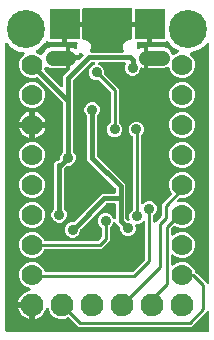
<source format=gbr>
G04 EAGLE Gerber RS-274X export*
G75*
%MOMM*%
%FSLAX34Y34*%
%LPD*%
%INBottom Copper*%
%IPPOS*%
%AMOC8*
5,1,8,0,0,1.08239X$1,22.5*%
G01*
%ADD10R,2.500000X2.500000*%
%ADD11C,1.308000*%
%ADD12C,1.930400*%
%ADD13C,1.778000*%
%ADD14C,3.216000*%
%ADD15C,0.889000*%
%ADD16C,0.254000*%
%ADD17C,0.906400*%
%ADD18C,0.406400*%

G36*
X174108Y2556D02*
X174108Y2556D01*
X174227Y2563D01*
X174265Y2576D01*
X174306Y2581D01*
X174416Y2624D01*
X174529Y2661D01*
X174564Y2683D01*
X174601Y2698D01*
X174697Y2767D01*
X174798Y2831D01*
X174826Y2861D01*
X174859Y2884D01*
X174935Y2976D01*
X175016Y3063D01*
X175036Y3098D01*
X175061Y3129D01*
X175112Y3237D01*
X175170Y3341D01*
X175180Y3381D01*
X175197Y3417D01*
X175219Y3534D01*
X175249Y3649D01*
X175253Y3709D01*
X175257Y3729D01*
X175255Y3750D01*
X175259Y3810D01*
X175259Y18934D01*
X175242Y19072D01*
X175229Y19211D01*
X175222Y19230D01*
X175219Y19250D01*
X175168Y19379D01*
X175121Y19510D01*
X175110Y19527D01*
X175102Y19545D01*
X175021Y19658D01*
X174943Y19773D01*
X174927Y19786D01*
X174916Y19803D01*
X174808Y19892D01*
X174704Y19984D01*
X174686Y19993D01*
X174671Y20006D01*
X174545Y20065D01*
X174421Y20128D01*
X174401Y20133D01*
X174383Y20141D01*
X174246Y20167D01*
X174111Y20198D01*
X174090Y20197D01*
X174071Y20201D01*
X173932Y20192D01*
X173793Y20188D01*
X173773Y20182D01*
X173753Y20181D01*
X173621Y20138D01*
X173487Y20100D01*
X173470Y20089D01*
X173451Y20083D01*
X173333Y20009D01*
X173213Y19938D01*
X173192Y19920D01*
X173182Y19913D01*
X173168Y19898D01*
X173093Y19832D01*
X171176Y17916D01*
X160118Y6857D01*
X64672Y6857D01*
X62366Y9164D01*
X57040Y14489D01*
X57017Y14507D01*
X56998Y14530D01*
X56891Y14604D01*
X56789Y14684D01*
X56762Y14696D01*
X56738Y14713D01*
X56616Y14759D01*
X56497Y14810D01*
X56468Y14815D01*
X56440Y14826D01*
X56311Y14840D01*
X56183Y14860D01*
X56153Y14858D01*
X56124Y14861D01*
X55996Y14843D01*
X55866Y14830D01*
X55838Y14820D01*
X55809Y14816D01*
X55657Y14764D01*
X53124Y13715D01*
X48476Y13715D01*
X44181Y15494D01*
X40894Y18781D01*
X39507Y22130D01*
X39492Y22156D01*
X39483Y22184D01*
X39414Y22294D01*
X39350Y22406D01*
X39329Y22428D01*
X39313Y22453D01*
X39219Y22541D01*
X39128Y22635D01*
X39103Y22650D01*
X39081Y22671D01*
X38968Y22733D01*
X38857Y22801D01*
X38829Y22810D01*
X38802Y22824D01*
X38677Y22856D01*
X38553Y22894D01*
X38523Y22896D01*
X38494Y22903D01*
X38365Y22903D01*
X38236Y22910D01*
X38206Y22904D01*
X38176Y22904D01*
X38051Y22871D01*
X37924Y22845D01*
X37897Y22832D01*
X37868Y22825D01*
X37755Y22763D01*
X37638Y22706D01*
X37616Y22686D01*
X37589Y22672D01*
X37495Y22583D01*
X37396Y22499D01*
X37379Y22475D01*
X37357Y22454D01*
X37288Y22345D01*
X37213Y22239D01*
X37203Y22211D01*
X37187Y22186D01*
X37127Y22036D01*
X36699Y20720D01*
X35828Y19010D01*
X34700Y17457D01*
X33343Y16100D01*
X31790Y14972D01*
X30080Y14101D01*
X28255Y13507D01*
X27899Y13451D01*
X27899Y24170D01*
X27884Y24288D01*
X27877Y24407D01*
X27864Y24445D01*
X27859Y24485D01*
X27816Y24596D01*
X27779Y24709D01*
X27757Y24743D01*
X27742Y24781D01*
X27673Y24877D01*
X27609Y24978D01*
X27579Y25006D01*
X27556Y25038D01*
X27464Y25114D01*
X27377Y25196D01*
X27342Y25215D01*
X27311Y25241D01*
X27203Y25292D01*
X27099Y25349D01*
X27059Y25359D01*
X27023Y25377D01*
X26906Y25399D01*
X26791Y25429D01*
X26731Y25433D01*
X26711Y25436D01*
X26690Y25435D01*
X26630Y25439D01*
X25439Y25439D01*
X25439Y26630D01*
X25424Y26748D01*
X25417Y26867D01*
X25404Y26905D01*
X25399Y26946D01*
X25355Y27056D01*
X25319Y27169D01*
X25297Y27204D01*
X25282Y27241D01*
X25212Y27337D01*
X25149Y27438D01*
X25119Y27466D01*
X25095Y27499D01*
X25004Y27575D01*
X24917Y27656D01*
X24882Y27676D01*
X24850Y27701D01*
X24743Y27752D01*
X24638Y27810D01*
X24599Y27820D01*
X24563Y27837D01*
X24446Y27859D01*
X24330Y27889D01*
X24270Y27893D01*
X24250Y27897D01*
X24230Y27895D01*
X24170Y27899D01*
X13451Y27899D01*
X13507Y28255D01*
X14101Y30080D01*
X14972Y31790D01*
X16100Y33343D01*
X17457Y34700D01*
X19010Y35828D01*
X20720Y36699D01*
X22545Y37293D01*
X23108Y37382D01*
X23232Y37418D01*
X23357Y37448D01*
X23384Y37462D01*
X23413Y37470D01*
X23524Y37536D01*
X23638Y37597D01*
X23661Y37617D01*
X23687Y37632D01*
X23778Y37724D01*
X23874Y37810D01*
X23890Y37836D01*
X23912Y37857D01*
X23977Y37968D01*
X24049Y38076D01*
X24058Y38105D01*
X24074Y38131D01*
X24110Y38254D01*
X24152Y38377D01*
X24154Y38407D01*
X24163Y38436D01*
X24167Y38565D01*
X24177Y38694D01*
X24172Y38724D01*
X24173Y38754D01*
X24145Y38880D01*
X24123Y39007D01*
X24110Y39035D01*
X24104Y39064D01*
X24045Y39179D01*
X23992Y39297D01*
X23973Y39321D01*
X23960Y39348D01*
X23874Y39445D01*
X23793Y39546D01*
X23769Y39564D01*
X23749Y39587D01*
X23643Y39659D01*
X23539Y39737D01*
X23500Y39756D01*
X23487Y39766D01*
X23466Y39773D01*
X23395Y39808D01*
X19213Y41540D01*
X16140Y44613D01*
X14477Y48627D01*
X14477Y52973D01*
X16140Y56987D01*
X19213Y60060D01*
X23227Y61723D01*
X27573Y61723D01*
X31587Y60060D01*
X34660Y56987D01*
X36056Y53616D01*
X36071Y53591D01*
X36080Y53563D01*
X36149Y53453D01*
X36214Y53340D01*
X36234Y53319D01*
X36250Y53294D01*
X36344Y53205D01*
X36435Y53112D01*
X36460Y53096D01*
X36482Y53076D01*
X36595Y53013D01*
X36706Y52945D01*
X36734Y52937D01*
X36760Y52922D01*
X36886Y52890D01*
X37010Y52852D01*
X37039Y52850D01*
X37068Y52843D01*
X37229Y52833D01*
X109866Y52833D01*
X109964Y52845D01*
X110063Y52848D01*
X110122Y52865D01*
X110182Y52873D01*
X110274Y52909D01*
X110369Y52937D01*
X110421Y52967D01*
X110477Y52990D01*
X110558Y53048D01*
X110643Y53098D01*
X110718Y53164D01*
X110735Y53176D01*
X110743Y53186D01*
X110764Y53204D01*
X120786Y63226D01*
X120846Y63305D01*
X120914Y63377D01*
X120943Y63430D01*
X120980Y63478D01*
X121020Y63569D01*
X121068Y63655D01*
X121083Y63714D01*
X121107Y63769D01*
X121122Y63867D01*
X121147Y63963D01*
X121153Y64063D01*
X121157Y64084D01*
X121155Y64096D01*
X121157Y64124D01*
X121157Y94962D01*
X121140Y95100D01*
X121127Y95239D01*
X121120Y95258D01*
X121117Y95278D01*
X121066Y95407D01*
X121019Y95538D01*
X121008Y95555D01*
X121000Y95573D01*
X120919Y95686D01*
X120841Y95801D01*
X120825Y95814D01*
X120814Y95831D01*
X120706Y95920D01*
X120602Y96011D01*
X120584Y96021D01*
X120569Y96034D01*
X120443Y96093D01*
X120319Y96156D01*
X120299Y96160D01*
X120281Y96169D01*
X120144Y96195D01*
X120009Y96226D01*
X119988Y96225D01*
X119969Y96229D01*
X119830Y96220D01*
X119691Y96216D01*
X119671Y96210D01*
X119651Y96209D01*
X119519Y96166D01*
X119385Y96128D01*
X119368Y96117D01*
X119349Y96111D01*
X119231Y96037D01*
X119111Y95966D01*
X119090Y95948D01*
X119080Y95941D01*
X119066Y95926D01*
X118991Y95860D01*
X117969Y94838D01*
X115589Y93852D01*
X114066Y93852D01*
X114016Y93846D01*
X113967Y93848D01*
X113859Y93826D01*
X113750Y93812D01*
X113704Y93794D01*
X113655Y93784D01*
X113557Y93736D01*
X113455Y93695D01*
X113414Y93666D01*
X113370Y93644D01*
X113286Y93573D01*
X113197Y93509D01*
X113165Y93470D01*
X113128Y93438D01*
X113065Y93348D01*
X112994Y93264D01*
X112973Y93219D01*
X112945Y93178D01*
X112906Y93075D01*
X112859Y92976D01*
X112850Y92927D01*
X112832Y92881D01*
X112820Y92771D01*
X112799Y92664D01*
X112802Y92614D01*
X112797Y92565D01*
X112812Y92456D01*
X112819Y92346D01*
X112834Y92299D01*
X112841Y92250D01*
X112893Y92097D01*
X113158Y91459D01*
X113158Y88881D01*
X112172Y86501D01*
X110349Y84678D01*
X107969Y83692D01*
X105391Y83692D01*
X103011Y84678D01*
X101188Y86501D01*
X100202Y88881D01*
X100202Y90374D01*
X100190Y90472D01*
X100187Y90571D01*
X100170Y90629D01*
X100162Y90689D01*
X100126Y90781D01*
X100098Y90876D01*
X100068Y90928D01*
X100045Y90985D01*
X99987Y91065D01*
X99937Y91150D01*
X99871Y91226D01*
X99859Y91242D01*
X99849Y91250D01*
X99831Y91271D01*
X99018Y92084D01*
X95967Y95135D01*
X95928Y95165D01*
X95894Y95202D01*
X95803Y95262D01*
X95716Y95329D01*
X95670Y95349D01*
X95629Y95376D01*
X95525Y95412D01*
X95424Y95456D01*
X95375Y95464D01*
X95328Y95480D01*
X95219Y95488D01*
X95110Y95506D01*
X95060Y95501D01*
X95011Y95505D01*
X94903Y95486D01*
X94793Y95476D01*
X94746Y95459D01*
X94698Y95451D01*
X94597Y95405D01*
X94494Y95368D01*
X94453Y95340D01*
X94408Y95320D01*
X94322Y95251D01*
X94231Y95190D01*
X94198Y95152D01*
X94159Y95121D01*
X94093Y95034D01*
X94020Y94951D01*
X93998Y94907D01*
X93968Y94867D01*
X93897Y94723D01*
X93122Y92851D01*
X91304Y91034D01*
X91244Y90955D01*
X91176Y90883D01*
X91147Y90830D01*
X91110Y90782D01*
X91070Y90691D01*
X91022Y90605D01*
X91007Y90546D01*
X90983Y90490D01*
X90968Y90392D01*
X90943Y90297D01*
X90937Y90211D01*
X90935Y90199D01*
X90936Y90192D01*
X90933Y90176D01*
X90935Y90164D01*
X90933Y90136D01*
X90933Y79912D01*
X83918Y72897D01*
X36703Y72897D01*
X36673Y72894D01*
X36644Y72896D01*
X36516Y72874D01*
X36387Y72857D01*
X36360Y72847D01*
X36331Y72842D01*
X36212Y72788D01*
X36091Y72740D01*
X36068Y72723D01*
X36041Y72711D01*
X35939Y72630D01*
X35834Y72554D01*
X35815Y72531D01*
X35792Y72512D01*
X35714Y72409D01*
X35631Y72309D01*
X35619Y72282D01*
X35601Y72258D01*
X35530Y72114D01*
X34660Y70013D01*
X31587Y66940D01*
X27573Y65277D01*
X23227Y65277D01*
X19213Y66940D01*
X16140Y70013D01*
X14477Y74027D01*
X14477Y78373D01*
X16140Y82387D01*
X19213Y85460D01*
X23227Y87123D01*
X27573Y87123D01*
X31587Y85460D01*
X34660Y82387D01*
X35530Y80286D01*
X35545Y80261D01*
X35554Y80233D01*
X35623Y80123D01*
X35688Y80010D01*
X35708Y79989D01*
X35724Y79964D01*
X35819Y79875D01*
X35909Y79782D01*
X35934Y79766D01*
X35956Y79746D01*
X36069Y79683D01*
X36180Y79615D01*
X36208Y79607D01*
X36234Y79592D01*
X36360Y79560D01*
X36484Y79522D01*
X36513Y79520D01*
X36542Y79513D01*
X36703Y79503D01*
X80656Y79503D01*
X80754Y79515D01*
X80853Y79518D01*
X80912Y79535D01*
X80972Y79543D01*
X81064Y79579D01*
X81159Y79607D01*
X81211Y79637D01*
X81267Y79660D01*
X81347Y79718D01*
X81433Y79768D01*
X81508Y79834D01*
X81525Y79846D01*
X81533Y79856D01*
X81554Y79874D01*
X83956Y82276D01*
X84016Y82355D01*
X84084Y82427D01*
X84113Y82480D01*
X84150Y82528D01*
X84190Y82619D01*
X84238Y82705D01*
X84253Y82764D01*
X84277Y82819D01*
X84292Y82917D01*
X84317Y83013D01*
X84323Y83113D01*
X84327Y83134D01*
X84325Y83146D01*
X84327Y83174D01*
X84327Y90136D01*
X84315Y90234D01*
X84312Y90333D01*
X84295Y90392D01*
X84287Y90452D01*
X84251Y90544D01*
X84223Y90639D01*
X84193Y90691D01*
X84170Y90747D01*
X84112Y90827D01*
X84062Y90913D01*
X83996Y90988D01*
X83984Y91005D01*
X83974Y91012D01*
X83956Y91034D01*
X82138Y92851D01*
X81152Y95231D01*
X81152Y97809D01*
X82138Y100189D01*
X83961Y102012D01*
X86341Y102998D01*
X88919Y102998D01*
X91299Y102012D01*
X93122Y100189D01*
X93823Y98495D01*
X93833Y98478D01*
X93838Y98464D01*
X93860Y98428D01*
X93884Y98369D01*
X93936Y98297D01*
X93981Y98219D01*
X94029Y98169D01*
X94070Y98112D01*
X94140Y98055D01*
X94202Y97990D01*
X94262Y97954D01*
X94315Y97909D01*
X94397Y97871D01*
X94473Y97824D01*
X94540Y97803D01*
X94603Y97774D01*
X94691Y97757D01*
X94777Y97730D01*
X94847Y97727D01*
X94916Y97714D01*
X95005Y97720D01*
X95095Y97715D01*
X95163Y97729D01*
X95233Y97734D01*
X95318Y97761D01*
X95406Y97780D01*
X95469Y97810D01*
X95535Y97832D01*
X95611Y97880D01*
X95692Y97919D01*
X95745Y97964D01*
X95804Y98002D01*
X95866Y98067D01*
X95934Y98126D01*
X95974Y98183D01*
X96022Y98234D01*
X96065Y98312D01*
X96117Y98386D01*
X96142Y98451D01*
X96176Y98512D01*
X96198Y98599D01*
X96201Y98607D01*
X96203Y98611D01*
X96203Y98613D01*
X96230Y98683D01*
X96238Y98753D01*
X96255Y98820D01*
X96261Y98915D01*
X96263Y98923D01*
X96262Y98932D01*
X96265Y98981D01*
X96265Y110236D01*
X96250Y110354D01*
X96243Y110473D01*
X96230Y110511D01*
X96225Y110552D01*
X96182Y110662D01*
X96145Y110775D01*
X96123Y110810D01*
X96108Y110847D01*
X96039Y110943D01*
X95975Y111044D01*
X95945Y111072D01*
X95922Y111105D01*
X95830Y111181D01*
X95743Y111262D01*
X95708Y111282D01*
X95677Y111307D01*
X95569Y111358D01*
X95465Y111416D01*
X95425Y111426D01*
X95389Y111443D01*
X95272Y111465D01*
X95157Y111495D01*
X95097Y111499D01*
X95077Y111503D01*
X95056Y111501D01*
X94996Y111505D01*
X88569Y111505D01*
X88471Y111493D01*
X88372Y111490D01*
X88314Y111473D01*
X88254Y111465D01*
X88162Y111429D01*
X88067Y111401D01*
X88015Y111371D01*
X87958Y111348D01*
X87878Y111290D01*
X87793Y111240D01*
X87717Y111174D01*
X87701Y111162D01*
X87693Y111152D01*
X87672Y111134D01*
X66539Y90001D01*
X66479Y89923D01*
X66411Y89851D01*
X66382Y89798D01*
X66345Y89750D01*
X66305Y89659D01*
X66257Y89572D01*
X66242Y89514D01*
X66218Y89458D01*
X66203Y89360D01*
X66178Y89264D01*
X66172Y89164D01*
X66168Y89144D01*
X66170Y89132D01*
X66168Y89104D01*
X66168Y87611D01*
X65182Y85231D01*
X63359Y83408D01*
X60979Y82422D01*
X58401Y82422D01*
X56021Y83408D01*
X54198Y85231D01*
X53212Y87611D01*
X53212Y90189D01*
X54198Y92569D01*
X56021Y94392D01*
X58401Y95378D01*
X59894Y95378D01*
X59992Y95390D01*
X60091Y95393D01*
X60149Y95410D01*
X60209Y95418D01*
X60301Y95454D01*
X60396Y95482D01*
X60448Y95512D01*
X60505Y95535D01*
X60585Y95593D01*
X60670Y95643D01*
X60746Y95709D01*
X60762Y95721D01*
X60770Y95731D01*
X60791Y95749D01*
X84676Y119635D01*
X94996Y119635D01*
X95114Y119650D01*
X95233Y119657D01*
X95271Y119670D01*
X95312Y119675D01*
X95422Y119718D01*
X95535Y119755D01*
X95570Y119777D01*
X95607Y119792D01*
X95703Y119861D01*
X95804Y119925D01*
X95832Y119955D01*
X95865Y119978D01*
X95941Y120070D01*
X96022Y120157D01*
X96042Y120192D01*
X96067Y120223D01*
X96118Y120331D01*
X96176Y120435D01*
X96186Y120475D01*
X96203Y120511D01*
X96225Y120628D01*
X96255Y120743D01*
X96259Y120803D01*
X96263Y120823D01*
X96261Y120844D01*
X96265Y120904D01*
X96265Y123521D01*
X96253Y123619D01*
X96250Y123718D01*
X96233Y123776D01*
X96225Y123836D01*
X96189Y123928D01*
X96161Y124023D01*
X96131Y124075D01*
X96108Y124132D01*
X96050Y124212D01*
X96000Y124297D01*
X95934Y124373D01*
X95922Y124389D01*
X95912Y124397D01*
X95894Y124418D01*
X72135Y148176D01*
X72135Y184878D01*
X72123Y184976D01*
X72120Y185075D01*
X72103Y185134D01*
X72095Y185194D01*
X72059Y185286D01*
X72031Y185381D01*
X72001Y185433D01*
X71978Y185489D01*
X71920Y185569D01*
X71870Y185655D01*
X71804Y185730D01*
X71792Y185747D01*
X71782Y185754D01*
X71764Y185776D01*
X70708Y186831D01*
X69722Y189211D01*
X69722Y191789D01*
X70708Y194169D01*
X72531Y195992D01*
X74911Y196978D01*
X77489Y196978D01*
X79869Y195992D01*
X81692Y194169D01*
X82678Y191789D01*
X82678Y189211D01*
X81692Y186831D01*
X80636Y185776D01*
X80576Y185697D01*
X80508Y185625D01*
X80479Y185572D01*
X80442Y185524D01*
X80402Y185433D01*
X80354Y185347D01*
X80339Y185288D01*
X80315Y185232D01*
X80300Y185134D01*
X80275Y185039D01*
X80269Y184939D01*
X80265Y184918D01*
X80267Y184906D01*
X80265Y184878D01*
X80265Y152069D01*
X80277Y151971D01*
X80280Y151872D01*
X80297Y151814D01*
X80305Y151754D01*
X80341Y151662D01*
X80369Y151567D01*
X80399Y151515D01*
X80422Y151458D01*
X80480Y151378D01*
X80530Y151293D01*
X80596Y151217D01*
X80608Y151201D01*
X80618Y151193D01*
X80636Y151172D01*
X104395Y127414D01*
X104395Y98729D01*
X104407Y98631D01*
X104410Y98532D01*
X104427Y98474D01*
X104435Y98414D01*
X104471Y98322D01*
X104499Y98227D01*
X104529Y98175D01*
X104552Y98118D01*
X104610Y98038D01*
X104660Y97953D01*
X104726Y97877D01*
X104738Y97861D01*
X104748Y97853D01*
X104766Y97832D01*
X105579Y97019D01*
X105657Y96959D01*
X105729Y96891D01*
X105782Y96862D01*
X105830Y96825D01*
X105921Y96785D01*
X106008Y96737D01*
X106066Y96722D01*
X106122Y96698D01*
X106220Y96683D01*
X106316Y96658D01*
X106416Y96652D01*
X106436Y96648D01*
X106448Y96650D01*
X106476Y96648D01*
X106914Y96648D01*
X106964Y96654D01*
X107013Y96652D01*
X107121Y96674D01*
X107230Y96688D01*
X107276Y96706D01*
X107325Y96716D01*
X107423Y96764D01*
X107525Y96805D01*
X107566Y96834D01*
X107610Y96856D01*
X107694Y96927D01*
X107783Y96991D01*
X107815Y97030D01*
X107852Y97062D01*
X107915Y97152D01*
X107986Y97236D01*
X108007Y97281D01*
X108035Y97322D01*
X108074Y97425D01*
X108121Y97524D01*
X108130Y97573D01*
X108148Y97619D01*
X108160Y97729D01*
X108181Y97836D01*
X108178Y97886D01*
X108183Y97935D01*
X108168Y98044D01*
X108161Y98154D01*
X108146Y98201D01*
X108139Y98250D01*
X108087Y98403D01*
X107822Y99041D01*
X107822Y101619D01*
X108808Y103999D01*
X110626Y105816D01*
X110686Y105895D01*
X110754Y105967D01*
X110783Y106020D01*
X110820Y106068D01*
X110860Y106159D01*
X110908Y106245D01*
X110923Y106304D01*
X110947Y106360D01*
X110962Y106458D01*
X110987Y106553D01*
X110993Y106653D01*
X110997Y106674D01*
X110995Y106686D01*
X110997Y106714D01*
X110997Y167225D01*
X110994Y167254D01*
X110996Y167284D01*
X110974Y167412D01*
X110957Y167541D01*
X110947Y167568D01*
X110942Y167597D01*
X110888Y167716D01*
X110840Y167836D01*
X110823Y167860D01*
X110811Y167887D01*
X110730Y167988D01*
X110654Y168094D01*
X110631Y168113D01*
X110612Y168136D01*
X110509Y168214D01*
X110409Y168296D01*
X110382Y168309D01*
X110358Y168327D01*
X110214Y168398D01*
X109971Y168498D01*
X108148Y170321D01*
X107162Y172701D01*
X107162Y175279D01*
X108148Y177659D01*
X109971Y179482D01*
X112351Y180468D01*
X114929Y180468D01*
X117309Y179482D01*
X119132Y177659D01*
X120118Y175279D01*
X120118Y172701D01*
X119132Y170321D01*
X117974Y169164D01*
X117914Y169085D01*
X117846Y169013D01*
X117817Y168960D01*
X117780Y168912D01*
X117740Y168821D01*
X117692Y168735D01*
X117677Y168676D01*
X117653Y168620D01*
X117638Y168522D01*
X117613Y168427D01*
X117607Y168327D01*
X117603Y168306D01*
X117605Y168294D01*
X117603Y168266D01*
X117603Y112048D01*
X117620Y111910D01*
X117633Y111771D01*
X117640Y111752D01*
X117643Y111732D01*
X117694Y111603D01*
X117741Y111472D01*
X117752Y111455D01*
X117760Y111437D01*
X117841Y111324D01*
X117919Y111209D01*
X117935Y111196D01*
X117946Y111179D01*
X118054Y111090D01*
X118158Y110999D01*
X118176Y110989D01*
X118191Y110976D01*
X118317Y110917D01*
X118441Y110854D01*
X118461Y110850D01*
X118479Y110841D01*
X118616Y110815D01*
X118751Y110784D01*
X118772Y110785D01*
X118791Y110781D01*
X118930Y110790D01*
X119069Y110794D01*
X119089Y110800D01*
X119109Y110801D01*
X119241Y110844D01*
X119375Y110882D01*
X119392Y110893D01*
X119411Y110899D01*
X119529Y110973D01*
X119649Y111044D01*
X119670Y111062D01*
X119680Y111069D01*
X119694Y111084D01*
X119769Y111150D01*
X120791Y112172D01*
X123171Y113158D01*
X125749Y113158D01*
X128129Y112172D01*
X129952Y110349D01*
X130938Y107969D01*
X130938Y105391D01*
X129952Y103011D01*
X128134Y101194D01*
X128074Y101115D01*
X128006Y101043D01*
X127977Y100990D01*
X127940Y100942D01*
X127900Y100851D01*
X127852Y100765D01*
X127837Y100706D01*
X127813Y100650D01*
X127798Y100552D01*
X127773Y100457D01*
X127767Y100362D01*
X127765Y100353D01*
X127766Y100350D01*
X127763Y100336D01*
X127765Y100324D01*
X127763Y100296D01*
X127763Y96128D01*
X127780Y95990D01*
X127793Y95851D01*
X127800Y95832D01*
X127803Y95812D01*
X127854Y95683D01*
X127901Y95552D01*
X127912Y95535D01*
X127920Y95517D01*
X128001Y95404D01*
X128079Y95289D01*
X128095Y95276D01*
X128106Y95259D01*
X128214Y95170D01*
X128318Y95078D01*
X128336Y95069D01*
X128351Y95056D01*
X128477Y94997D01*
X128601Y94934D01*
X128621Y94929D01*
X128639Y94921D01*
X128775Y94895D01*
X128911Y94864D01*
X128932Y94865D01*
X128951Y94861D01*
X129090Y94870D01*
X129229Y94874D01*
X129249Y94880D01*
X129269Y94881D01*
X129401Y94924D01*
X129535Y94962D01*
X129552Y94973D01*
X129571Y94979D01*
X129689Y95053D01*
X129809Y95124D01*
X129830Y95142D01*
X129840Y95149D01*
X129854Y95164D01*
X129929Y95230D01*
X134756Y100056D01*
X134816Y100135D01*
X134884Y100207D01*
X134913Y100260D01*
X134950Y100308D01*
X134990Y100399D01*
X135038Y100485D01*
X135053Y100544D01*
X135077Y100599D01*
X135092Y100697D01*
X135117Y100793D01*
X135123Y100893D01*
X135127Y100914D01*
X135125Y100926D01*
X135127Y100954D01*
X135127Y110588D01*
X143349Y118809D01*
X143422Y118904D01*
X143500Y118993D01*
X143519Y119029D01*
X143544Y119061D01*
X143591Y119170D01*
X143645Y119276D01*
X143654Y119315D01*
X143670Y119352D01*
X143689Y119470D01*
X143715Y119586D01*
X143713Y119627D01*
X143720Y119667D01*
X143709Y119785D01*
X143705Y119904D01*
X143694Y119943D01*
X143690Y119983D01*
X143650Y120095D01*
X143617Y120210D01*
X143596Y120245D01*
X143582Y120282D01*
X143516Y120381D01*
X143455Y120484D01*
X143415Y120529D01*
X143404Y120546D01*
X143388Y120559D01*
X143349Y120604D01*
X143140Y120813D01*
X141477Y124827D01*
X141477Y129173D01*
X143140Y133187D01*
X146213Y136260D01*
X150227Y137923D01*
X154573Y137923D01*
X158587Y136260D01*
X161660Y133187D01*
X163323Y129173D01*
X163323Y124827D01*
X161660Y120813D01*
X158587Y117740D01*
X154573Y116077D01*
X150484Y116077D01*
X150386Y116065D01*
X150287Y116062D01*
X150228Y116045D01*
X150168Y116037D01*
X150076Y116001D01*
X149981Y115973D01*
X149929Y115943D01*
X149873Y115920D01*
X149793Y115862D01*
X149707Y115812D01*
X149632Y115746D01*
X149615Y115734D01*
X149607Y115724D01*
X149586Y115706D01*
X148212Y114331D01*
X148169Y114276D01*
X148119Y114227D01*
X148072Y114151D01*
X148017Y114080D01*
X147989Y114016D01*
X147952Y113956D01*
X147926Y113870D01*
X147890Y113788D01*
X147879Y113719D01*
X147859Y113652D01*
X147855Y113563D01*
X147841Y113474D01*
X147847Y113404D01*
X147844Y113334D01*
X147862Y113247D01*
X147870Y113157D01*
X147894Y113091D01*
X147908Y113023D01*
X147948Y112942D01*
X147978Y112858D01*
X148017Y112800D01*
X148048Y112737D01*
X148106Y112669D01*
X148157Y112595D01*
X148209Y112548D01*
X148254Y112495D01*
X148328Y112443D01*
X148395Y112384D01*
X148457Y112352D01*
X148514Y112312D01*
X148598Y112280D01*
X148678Y112240D01*
X148746Y112224D01*
X148812Y112199D01*
X148901Y112190D01*
X148988Y112170D01*
X149058Y112172D01*
X149128Y112164D01*
X149217Y112177D01*
X149306Y112180D01*
X149373Y112199D01*
X149443Y112209D01*
X149595Y112261D01*
X150227Y112523D01*
X154573Y112523D01*
X158587Y110860D01*
X161660Y107787D01*
X163323Y103773D01*
X163323Y99427D01*
X161660Y95413D01*
X158587Y92340D01*
X154573Y90677D01*
X150227Y90677D01*
X146330Y92291D01*
X146302Y92299D01*
X146276Y92313D01*
X146149Y92341D01*
X146024Y92375D01*
X145994Y92376D01*
X145965Y92382D01*
X145835Y92378D01*
X145706Y92380D01*
X145677Y92374D01*
X145647Y92373D01*
X145523Y92337D01*
X145396Y92306D01*
X145370Y92293D01*
X145342Y92284D01*
X145230Y92218D01*
X145115Y92158D01*
X145093Y92138D01*
X145068Y92123D01*
X144947Y92016D01*
X143374Y90444D01*
X143314Y90365D01*
X143246Y90293D01*
X143217Y90240D01*
X143180Y90192D01*
X143140Y90101D01*
X143092Y90015D01*
X143077Y89956D01*
X143053Y89901D01*
X143038Y89803D01*
X143013Y89707D01*
X143007Y89607D01*
X143003Y89586D01*
X143005Y89574D01*
X143003Y89546D01*
X143003Y85314D01*
X143020Y85176D01*
X143033Y85038D01*
X143040Y85019D01*
X143043Y84998D01*
X143094Y84869D01*
X143141Y84738D01*
X143152Y84722D01*
X143160Y84703D01*
X143241Y84591D01*
X143319Y84475D01*
X143335Y84462D01*
X143346Y84445D01*
X143454Y84356D01*
X143558Y84265D01*
X143576Y84256D01*
X143591Y84243D01*
X143717Y84183D01*
X143841Y84120D01*
X143861Y84116D01*
X143879Y84107D01*
X144016Y84081D01*
X144151Y84051D01*
X144172Y84051D01*
X144191Y84047D01*
X144330Y84056D01*
X144469Y84060D01*
X144489Y84066D01*
X144509Y84067D01*
X144641Y84110D01*
X144775Y84149D01*
X144792Y84159D01*
X144811Y84165D01*
X144929Y84240D01*
X145049Y84310D01*
X145070Y84329D01*
X145080Y84335D01*
X145094Y84350D01*
X145169Y84417D01*
X146213Y85460D01*
X150227Y87123D01*
X154573Y87123D01*
X158587Y85460D01*
X161660Y82387D01*
X163323Y78373D01*
X163323Y74027D01*
X161660Y70013D01*
X158587Y66940D01*
X154573Y65277D01*
X150227Y65277D01*
X146213Y66940D01*
X145169Y67983D01*
X145060Y68068D01*
X144953Y68157D01*
X144934Y68166D01*
X144918Y68178D01*
X144791Y68234D01*
X144665Y68293D01*
X144645Y68297D01*
X144626Y68305D01*
X144488Y68327D01*
X144352Y68353D01*
X144332Y68351D01*
X144312Y68355D01*
X144173Y68342D01*
X144035Y68333D01*
X144016Y68327D01*
X143996Y68325D01*
X143864Y68278D01*
X143733Y68235D01*
X143715Y68224D01*
X143696Y68217D01*
X143581Y68139D01*
X143464Y68065D01*
X143450Y68050D01*
X143433Y68039D01*
X143341Y67935D01*
X143246Y67833D01*
X143236Y67815D01*
X143223Y67800D01*
X143160Y67676D01*
X143092Y67555D01*
X143087Y67535D01*
X143078Y67517D01*
X143048Y67381D01*
X143013Y67247D01*
X143011Y67219D01*
X143008Y67207D01*
X143009Y67186D01*
X143003Y67086D01*
X143003Y59914D01*
X143020Y59776D01*
X143033Y59638D01*
X143040Y59619D01*
X143043Y59598D01*
X143094Y59469D01*
X143141Y59338D01*
X143152Y59322D01*
X143160Y59303D01*
X143241Y59191D01*
X143319Y59075D01*
X143335Y59062D01*
X143346Y59045D01*
X143454Y58956D01*
X143558Y58865D01*
X143576Y58856D01*
X143591Y58843D01*
X143717Y58783D01*
X143841Y58720D01*
X143861Y58716D01*
X143879Y58707D01*
X144016Y58681D01*
X144151Y58651D01*
X144172Y58651D01*
X144191Y58647D01*
X144330Y58656D01*
X144469Y58660D01*
X144489Y58666D01*
X144509Y58667D01*
X144641Y58710D01*
X144775Y58749D01*
X144792Y58759D01*
X144811Y58765D01*
X144929Y58840D01*
X145049Y58910D01*
X145070Y58929D01*
X145080Y58935D01*
X145094Y58950D01*
X145169Y59017D01*
X146213Y60060D01*
X150227Y61723D01*
X154573Y61723D01*
X158587Y60060D01*
X161660Y56987D01*
X162897Y54000D01*
X162902Y53992D01*
X162904Y53983D01*
X162980Y53855D01*
X163055Y53724D01*
X163061Y53717D01*
X163066Y53709D01*
X163172Y53589D01*
X164964Y51796D01*
X173093Y43668D01*
X173202Y43583D01*
X173309Y43494D01*
X173328Y43486D01*
X173344Y43473D01*
X173472Y43418D01*
X173597Y43359D01*
X173617Y43355D01*
X173636Y43347D01*
X173774Y43325D01*
X173910Y43299D01*
X173930Y43300D01*
X173950Y43297D01*
X174089Y43310D01*
X174227Y43319D01*
X174246Y43325D01*
X174266Y43327D01*
X174398Y43374D01*
X174529Y43417D01*
X174547Y43428D01*
X174566Y43435D01*
X174681Y43513D01*
X174798Y43587D01*
X174812Y43602D01*
X174829Y43613D01*
X174921Y43717D01*
X175016Y43819D01*
X175026Y43836D01*
X175039Y43852D01*
X175103Y43976D01*
X175170Y44097D01*
X175175Y44117D01*
X175184Y44135D01*
X175214Y44271D01*
X175249Y44405D01*
X175251Y44433D01*
X175254Y44445D01*
X175253Y44466D01*
X175259Y44566D01*
X175259Y245739D01*
X175246Y245844D01*
X175242Y245950D01*
X175226Y246001D01*
X175219Y246054D01*
X175180Y246153D01*
X175150Y246255D01*
X175122Y246300D01*
X175102Y246350D01*
X175040Y246436D01*
X174985Y246527D01*
X174947Y246564D01*
X174916Y246608D01*
X174834Y246675D01*
X174758Y246749D01*
X174712Y246776D01*
X174671Y246810D01*
X174575Y246856D01*
X174483Y246909D01*
X174431Y246923D01*
X174383Y246946D01*
X174279Y246966D01*
X174177Y246994D01*
X174123Y246996D01*
X174071Y247006D01*
X173965Y246999D01*
X173859Y247001D01*
X173806Y246989D01*
X173753Y246986D01*
X173652Y246953D01*
X173549Y246929D01*
X173502Y246904D01*
X173451Y246888D01*
X173361Y246831D01*
X173267Y246782D01*
X173200Y246729D01*
X173182Y246718D01*
X173171Y246706D01*
X173141Y246682D01*
X167546Y241645D01*
X159897Y239160D01*
X159807Y239117D01*
X159714Y239084D01*
X159664Y239050D01*
X159610Y239024D01*
X159533Y238961D01*
X159451Y238905D01*
X159411Y238860D01*
X159364Y238822D01*
X159306Y238741D01*
X159240Y238667D01*
X159213Y238613D01*
X159177Y238564D01*
X159141Y238472D01*
X159096Y238383D01*
X159083Y238325D01*
X159060Y238269D01*
X159048Y238170D01*
X159026Y238073D01*
X159028Y238013D01*
X159020Y237953D01*
X159033Y237855D01*
X159036Y237755D01*
X159052Y237697D01*
X159060Y237638D01*
X159096Y237545D01*
X159124Y237450D01*
X159155Y237398D01*
X159177Y237342D01*
X159235Y237261D01*
X159286Y237176D01*
X159352Y237101D01*
X159364Y237084D01*
X159373Y237077D01*
X159392Y237055D01*
X161660Y234787D01*
X163323Y230773D01*
X163323Y226427D01*
X161660Y222413D01*
X158587Y219340D01*
X154573Y217677D01*
X150227Y217677D01*
X146213Y219340D01*
X143140Y222413D01*
X141479Y226424D01*
X141474Y226432D01*
X141471Y226441D01*
X141463Y226455D01*
X141459Y226468D01*
X141408Y226548D01*
X141395Y226570D01*
X141321Y226700D01*
X141315Y226707D01*
X141310Y226715D01*
X141290Y226734D01*
X141289Y226737D01*
X141274Y226750D01*
X141205Y226820D01*
X141100Y226928D01*
X141092Y226933D01*
X141085Y226940D01*
X140957Y227016D01*
X140829Y227094D01*
X140820Y227097D01*
X140811Y227102D01*
X140668Y227144D01*
X140525Y227188D01*
X140515Y227189D01*
X140506Y227191D01*
X140356Y227196D01*
X140207Y227203D01*
X140198Y227201D01*
X140188Y227202D01*
X140043Y227169D01*
X140015Y227163D01*
X139973Y227158D01*
X139955Y227151D01*
X139896Y227139D01*
X139887Y227135D01*
X139878Y227133D01*
X139730Y227069D01*
X138466Y226425D01*
X137106Y225983D01*
X135695Y225759D01*
X123899Y225759D01*
X123899Y234110D01*
X123884Y234228D01*
X123877Y234347D01*
X123864Y234385D01*
X123859Y234425D01*
X123816Y234536D01*
X123779Y234649D01*
X123757Y234683D01*
X123742Y234721D01*
X123673Y234817D01*
X123662Y234834D01*
X123676Y234858D01*
X123701Y234890D01*
X123752Y234997D01*
X123810Y235102D01*
X123820Y235141D01*
X123837Y235177D01*
X123859Y235294D01*
X123889Y235410D01*
X123893Y235470D01*
X123897Y235490D01*
X123895Y235510D01*
X123899Y235570D01*
X123899Y243921D01*
X135695Y243921D01*
X137106Y243697D01*
X138466Y243255D01*
X139739Y242607D01*
X140896Y241766D01*
X141906Y240756D01*
X142747Y239599D01*
X143395Y238326D01*
X143561Y237818D01*
X143603Y237728D01*
X143636Y237634D01*
X143670Y237584D01*
X143696Y237530D01*
X143759Y237453D01*
X143815Y237371D01*
X143860Y237331D01*
X143899Y237285D01*
X143979Y237226D01*
X144054Y237161D01*
X144107Y237133D01*
X144156Y237098D01*
X144248Y237061D01*
X144337Y237016D01*
X144395Y237003D01*
X144452Y236981D01*
X144550Y236968D01*
X144647Y236946D01*
X144707Y236948D01*
X144767Y236941D01*
X144865Y236953D01*
X144965Y236956D01*
X145023Y236973D01*
X145083Y236980D01*
X145175Y237017D01*
X145270Y237044D01*
X145322Y237075D01*
X145378Y237097D01*
X145459Y237155D01*
X145544Y237206D01*
X145619Y237272D01*
X145636Y237284D01*
X145644Y237293D01*
X145665Y237312D01*
X146213Y237860D01*
X148864Y238958D01*
X148913Y238986D01*
X148966Y239005D01*
X149050Y239064D01*
X149140Y239115D01*
X149181Y239155D01*
X149227Y239187D01*
X149294Y239265D01*
X149368Y239337D01*
X149398Y239385D01*
X149435Y239427D01*
X149481Y239520D01*
X149535Y239608D01*
X149551Y239662D01*
X149576Y239712D01*
X149598Y239813D01*
X149628Y239912D01*
X149631Y239968D01*
X149643Y240023D01*
X149639Y240127D01*
X149643Y240229D01*
X149632Y240285D01*
X149630Y240341D01*
X149600Y240440D01*
X149579Y240541D01*
X149554Y240592D01*
X149538Y240646D01*
X149485Y240734D01*
X149439Y240827D01*
X149403Y240870D01*
X149374Y240918D01*
X149300Y240990D01*
X149233Y241069D01*
X149187Y241101D01*
X149147Y241141D01*
X149013Y241230D01*
X144009Y244119D01*
X140995Y248266D01*
X140972Y248291D01*
X140958Y248314D01*
X140941Y248330D01*
X140921Y248359D01*
X140846Y248426D01*
X140778Y248498D01*
X140729Y248529D01*
X140726Y248532D01*
X140724Y248533D01*
X140683Y248570D01*
X140594Y248615D01*
X140509Y248669D01*
X140452Y248687D01*
X140399Y248714D01*
X140302Y248736D01*
X140207Y248767D01*
X140147Y248771D01*
X140089Y248784D01*
X139989Y248781D01*
X139889Y248787D01*
X139831Y248776D01*
X139771Y248774D01*
X139675Y248746D01*
X139577Y248728D01*
X139523Y248702D01*
X139466Y248686D01*
X139380Y248635D01*
X139351Y248622D01*
X139343Y248618D01*
X139341Y248617D01*
X139289Y248592D01*
X139243Y248555D01*
X139192Y248524D01*
X139091Y248435D01*
X139086Y248432D01*
X139083Y248428D01*
X139071Y248418D01*
X138960Y248307D01*
X138381Y247972D01*
X137734Y247799D01*
X127149Y247799D01*
X127149Y252530D01*
X127134Y252648D01*
X127127Y252767D01*
X127114Y252805D01*
X127109Y252846D01*
X127066Y252956D01*
X127029Y253069D01*
X127007Y253104D01*
X126992Y253141D01*
X126923Y253237D01*
X126859Y253338D01*
X126829Y253366D01*
X126806Y253399D01*
X126714Y253475D01*
X126627Y253556D01*
X126592Y253576D01*
X126561Y253601D01*
X126453Y253652D01*
X126349Y253710D01*
X126309Y253720D01*
X126273Y253737D01*
X126156Y253759D01*
X126041Y253789D01*
X125981Y253793D01*
X125961Y253797D01*
X125940Y253795D01*
X125880Y253799D01*
X123920Y253799D01*
X123802Y253784D01*
X123683Y253777D01*
X123645Y253764D01*
X123604Y253759D01*
X123494Y253716D01*
X123381Y253679D01*
X123346Y253657D01*
X123309Y253642D01*
X123212Y253573D01*
X123112Y253509D01*
X123084Y253479D01*
X123051Y253456D01*
X122975Y253364D01*
X122894Y253277D01*
X122874Y253242D01*
X122849Y253211D01*
X122798Y253103D01*
X122740Y252999D01*
X122730Y252959D01*
X122713Y252923D01*
X122691Y252806D01*
X122661Y252691D01*
X122657Y252631D01*
X122653Y252611D01*
X122655Y252590D01*
X122651Y252530D01*
X122651Y247799D01*
X115198Y247799D01*
X115149Y247793D01*
X115099Y247795D01*
X114992Y247773D01*
X114882Y247759D01*
X114836Y247741D01*
X114788Y247731D01*
X114689Y247683D01*
X114587Y247642D01*
X114547Y247613D01*
X114502Y247591D01*
X114418Y247520D01*
X114329Y247456D01*
X114298Y247417D01*
X114260Y247385D01*
X114197Y247295D01*
X114127Y247211D01*
X114105Y247166D01*
X114077Y247125D01*
X114038Y247022D01*
X113991Y246923D01*
X113982Y246874D01*
X113964Y246828D01*
X113952Y246718D01*
X113931Y246611D01*
X113934Y246561D01*
X113929Y246512D01*
X113944Y246403D01*
X113951Y246293D01*
X113966Y246246D01*
X113973Y246197D01*
X114025Y246044D01*
X114441Y245042D01*
X114441Y243136D01*
X114446Y243096D01*
X114443Y243057D01*
X114466Y242939D01*
X114481Y242820D01*
X114495Y242783D01*
X114503Y242744D01*
X114554Y242636D01*
X114598Y242525D01*
X114621Y242493D01*
X114638Y242457D01*
X114714Y242364D01*
X114784Y242267D01*
X114815Y242242D01*
X114840Y242211D01*
X114937Y242141D01*
X115029Y242065D01*
X115065Y242048D01*
X115098Y242024D01*
X115209Y241980D01*
X115317Y241929D01*
X115356Y241922D01*
X115393Y241907D01*
X115512Y241892D01*
X115629Y241869D01*
X115669Y241872D01*
X115709Y241867D01*
X115827Y241882D01*
X115947Y241889D01*
X115985Y241901D01*
X116024Y241906D01*
X116136Y241950D01*
X116249Y241987D01*
X116283Y242008D01*
X116320Y242023D01*
X116456Y242109D01*
X117141Y242607D01*
X118414Y243255D01*
X119774Y243697D01*
X119901Y243717D01*
X119901Y235570D01*
X119916Y235452D01*
X119923Y235333D01*
X119935Y235295D01*
X119941Y235255D01*
X119984Y235144D01*
X120021Y235031D01*
X120043Y234997D01*
X120058Y234959D01*
X120127Y234863D01*
X120138Y234846D01*
X120124Y234822D01*
X120099Y234790D01*
X120048Y234683D01*
X119990Y234578D01*
X119980Y234539D01*
X119963Y234503D01*
X119941Y234386D01*
X119911Y234270D01*
X119907Y234210D01*
X119903Y234190D01*
X119905Y234170D01*
X119901Y234110D01*
X119901Y225963D01*
X119774Y225983D01*
X118629Y226355D01*
X118434Y226392D01*
X118317Y226414D01*
X118142Y226403D01*
X118000Y226395D01*
X118000Y226394D01*
X117999Y226394D01*
X117849Y226346D01*
X117698Y226296D01*
X117697Y226296D01*
X117546Y226200D01*
X117429Y226126D01*
X117428Y226126D01*
X117323Y226013D01*
X117211Y225895D01*
X117211Y225894D01*
X117128Y225744D01*
X117057Y225616D01*
X117007Y225420D01*
X116978Y225308D01*
X116978Y225307D01*
X116968Y225148D01*
X116968Y224771D01*
X115982Y222391D01*
X114159Y220568D01*
X111779Y219582D01*
X109201Y219582D01*
X106821Y220568D01*
X104998Y222391D01*
X104012Y224771D01*
X104012Y227349D01*
X104750Y229130D01*
X104763Y229178D01*
X104785Y229223D01*
X104805Y229331D01*
X104834Y229437D01*
X104835Y229487D01*
X104844Y229536D01*
X104838Y229645D01*
X104839Y229755D01*
X104828Y229803D01*
X104825Y229853D01*
X104791Y229957D01*
X104765Y230064D01*
X104742Y230108D01*
X104727Y230155D01*
X104668Y230248D01*
X104616Y230345D01*
X104583Y230382D01*
X104556Y230424D01*
X104476Y230499D01*
X104402Y230581D01*
X104361Y230608D01*
X104325Y230642D01*
X104229Y230695D01*
X104137Y230755D01*
X104090Y230772D01*
X104046Y230796D01*
X103940Y230823D01*
X103836Y230859D01*
X103786Y230863D01*
X103738Y230875D01*
X103578Y230885D01*
X82471Y230885D01*
X82401Y230877D01*
X82332Y230878D01*
X82244Y230857D01*
X82155Y230845D01*
X82090Y230820D01*
X82022Y230803D01*
X81943Y230761D01*
X81859Y230728D01*
X81803Y230687D01*
X81741Y230655D01*
X81675Y230594D01*
X81602Y230542D01*
X81558Y230488D01*
X81506Y230441D01*
X81457Y230366D01*
X81399Y230297D01*
X81370Y230233D01*
X81331Y230175D01*
X81302Y230090D01*
X81264Y230009D01*
X81251Y229940D01*
X81228Y229874D01*
X81221Y229785D01*
X81204Y229697D01*
X81208Y229627D01*
X81203Y229557D01*
X81218Y229469D01*
X81224Y229379D01*
X81245Y229313D01*
X81257Y229244D01*
X81294Y229162D01*
X81322Y229077D01*
X81359Y229018D01*
X81388Y228954D01*
X81444Y228884D01*
X81492Y228808D01*
X81543Y228760D01*
X81586Y228706D01*
X81658Y228651D01*
X81724Y228590D01*
X81785Y228556D01*
X81840Y228514D01*
X81985Y228443D01*
X83679Y227742D01*
X85502Y225919D01*
X86488Y223539D01*
X86488Y220969D01*
X86500Y220871D01*
X86503Y220772D01*
X86520Y220713D01*
X86528Y220653D01*
X86564Y220561D01*
X86592Y220466D01*
X86622Y220414D01*
X86645Y220358D01*
X86703Y220278D01*
X86753Y220192D01*
X86819Y220117D01*
X86831Y220100D01*
X86841Y220092D01*
X86859Y220071D01*
X98553Y208378D01*
X98553Y180374D01*
X98565Y180276D01*
X98568Y180177D01*
X98585Y180118D01*
X98593Y180058D01*
X98629Y179966D01*
X98657Y179871D01*
X98687Y179819D01*
X98710Y179763D01*
X98768Y179683D01*
X98818Y179597D01*
X98884Y179522D01*
X98896Y179505D01*
X98906Y179498D01*
X98924Y179476D01*
X100742Y177659D01*
X101728Y175279D01*
X101728Y172701D01*
X100742Y170321D01*
X98919Y168498D01*
X96539Y167512D01*
X93961Y167512D01*
X91581Y168498D01*
X89758Y170321D01*
X88772Y172701D01*
X88772Y175279D01*
X89758Y177659D01*
X91576Y179476D01*
X91636Y179555D01*
X91704Y179627D01*
X91733Y179680D01*
X91770Y179728D01*
X91810Y179819D01*
X91858Y179905D01*
X91873Y179964D01*
X91897Y180020D01*
X91912Y180118D01*
X91937Y180213D01*
X91943Y180313D01*
X91947Y180334D01*
X91945Y180346D01*
X91947Y180374D01*
X91947Y205116D01*
X91935Y205214D01*
X91932Y205313D01*
X91915Y205372D01*
X91907Y205432D01*
X91871Y205524D01*
X91843Y205619D01*
X91813Y205671D01*
X91790Y205727D01*
X91732Y205807D01*
X91682Y205893D01*
X91616Y205968D01*
X91604Y205985D01*
X91594Y205993D01*
X91576Y206014D01*
X82189Y215401D01*
X82110Y215461D01*
X82038Y215529D01*
X81985Y215558D01*
X81937Y215595D01*
X81846Y215635D01*
X81760Y215683D01*
X81701Y215698D01*
X81646Y215722D01*
X81548Y215737D01*
X81452Y215762D01*
X81352Y215768D01*
X81331Y215772D01*
X81319Y215770D01*
X81291Y215772D01*
X78721Y215772D01*
X76341Y216758D01*
X74518Y218581D01*
X73532Y220961D01*
X73532Y223539D01*
X74518Y225919D01*
X76341Y227742D01*
X78035Y228443D01*
X78096Y228478D01*
X78161Y228504D01*
X78233Y228556D01*
X78311Y228601D01*
X78361Y228649D01*
X78418Y228690D01*
X78475Y228760D01*
X78540Y228822D01*
X78576Y228882D01*
X78621Y228935D01*
X78659Y229017D01*
X78706Y229093D01*
X78727Y229160D01*
X78756Y229223D01*
X78773Y229311D01*
X78800Y229397D01*
X78803Y229467D01*
X78816Y229536D01*
X78810Y229625D01*
X78815Y229715D01*
X78801Y229783D01*
X78796Y229853D01*
X78769Y229938D01*
X78750Y230026D01*
X78720Y230089D01*
X78698Y230155D01*
X78650Y230231D01*
X78611Y230312D01*
X78565Y230365D01*
X78528Y230424D01*
X78463Y230486D01*
X78404Y230554D01*
X78347Y230594D01*
X78296Y230642D01*
X78218Y230685D01*
X78144Y230737D01*
X78079Y230762D01*
X78018Y230796D01*
X77931Y230818D01*
X77847Y230850D01*
X77777Y230858D01*
X77710Y230875D01*
X77549Y230885D01*
X75869Y230885D01*
X75771Y230873D01*
X75672Y230870D01*
X75614Y230853D01*
X75554Y230845D01*
X75462Y230809D01*
X75367Y230781D01*
X75315Y230751D01*
X75258Y230728D01*
X75178Y230670D01*
X75093Y230620D01*
X75017Y230554D01*
X75001Y230542D01*
X74993Y230532D01*
X74972Y230514D01*
X60316Y215858D01*
X60256Y215780D01*
X60188Y215708D01*
X60159Y215655D01*
X60122Y215607D01*
X60082Y215516D01*
X60034Y215429D01*
X60019Y215371D01*
X59995Y215315D01*
X59980Y215217D01*
X59955Y215121D01*
X59949Y215021D01*
X59945Y215001D01*
X59947Y214989D01*
X59945Y214961D01*
X59945Y155482D01*
X59957Y155384D01*
X59960Y155285D01*
X59977Y155226D01*
X59985Y155166D01*
X60021Y155074D01*
X60049Y154979D01*
X60079Y154927D01*
X60102Y154871D01*
X60160Y154791D01*
X60210Y154705D01*
X60276Y154630D01*
X60288Y154613D01*
X60298Y154606D01*
X60316Y154584D01*
X61372Y153529D01*
X62358Y151149D01*
X62358Y148571D01*
X61372Y146191D01*
X59549Y144368D01*
X57169Y143382D01*
X55676Y143382D01*
X55578Y143370D01*
X55479Y143367D01*
X55421Y143350D01*
X55361Y143342D01*
X55269Y143306D01*
X55174Y143278D01*
X55122Y143248D01*
X55065Y143225D01*
X54985Y143167D01*
X54900Y143117D01*
X54824Y143051D01*
X54808Y143039D01*
X54800Y143029D01*
X54779Y143011D01*
X52696Y140928D01*
X52636Y140850D01*
X52568Y140778D01*
X52539Y140725D01*
X52502Y140677D01*
X52462Y140586D01*
X52414Y140499D01*
X52399Y140441D01*
X52375Y140385D01*
X52360Y140287D01*
X52335Y140191D01*
X52329Y140091D01*
X52325Y140071D01*
X52327Y140059D01*
X52325Y140031D01*
X52325Y107222D01*
X52337Y107124D01*
X52340Y107025D01*
X52357Y106966D01*
X52365Y106906D01*
X52401Y106814D01*
X52429Y106719D01*
X52459Y106667D01*
X52482Y106611D01*
X52540Y106531D01*
X52590Y106445D01*
X52656Y106370D01*
X52668Y106353D01*
X52678Y106346D01*
X52696Y106324D01*
X53752Y105269D01*
X54738Y102889D01*
X54738Y100311D01*
X53752Y97931D01*
X51929Y96108D01*
X49549Y95122D01*
X46971Y95122D01*
X44591Y96108D01*
X42768Y97931D01*
X41782Y100311D01*
X41782Y102889D01*
X42768Y105269D01*
X43824Y106324D01*
X43884Y106403D01*
X43952Y106475D01*
X43981Y106528D01*
X44018Y106576D01*
X44058Y106667D01*
X44106Y106753D01*
X44121Y106812D01*
X44145Y106868D01*
X44160Y106966D01*
X44185Y107061D01*
X44191Y107161D01*
X44195Y107182D01*
X44193Y107194D01*
X44195Y107222D01*
X44195Y145194D01*
X46576Y147575D01*
X47321Y147575D01*
X47419Y147587D01*
X47518Y147590D01*
X47576Y147607D01*
X47636Y147615D01*
X47728Y147651D01*
X47823Y147679D01*
X47876Y147709D01*
X47932Y147732D01*
X48012Y147790D01*
X48097Y147840D01*
X48172Y147906D01*
X48189Y147918D01*
X48197Y147928D01*
X48218Y147946D01*
X49030Y148759D01*
X49091Y148837D01*
X49159Y148909D01*
X49188Y148962D01*
X49225Y149010D01*
X49265Y149101D01*
X49313Y149188D01*
X49328Y149246D01*
X49352Y149302D01*
X49367Y149400D01*
X49392Y149496D01*
X49398Y149596D01*
X49402Y149616D01*
X49400Y149628D01*
X49402Y149656D01*
X49402Y151149D01*
X50388Y153529D01*
X51444Y154584D01*
X51504Y154663D01*
X51572Y154735D01*
X51601Y154788D01*
X51638Y154836D01*
X51678Y154927D01*
X51726Y155013D01*
X51741Y155072D01*
X51765Y155128D01*
X51780Y155226D01*
X51805Y155321D01*
X51811Y155421D01*
X51815Y155442D01*
X51813Y155454D01*
X51815Y155482D01*
X51815Y195911D01*
X51803Y196009D01*
X51800Y196108D01*
X51783Y196166D01*
X51775Y196226D01*
X51739Y196318D01*
X51711Y196413D01*
X51681Y196466D01*
X51658Y196522D01*
X51600Y196602D01*
X51550Y196687D01*
X51484Y196763D01*
X51472Y196779D01*
X51462Y196787D01*
X51444Y196808D01*
X30295Y217957D01*
X30271Y217975D01*
X30252Y217997D01*
X30192Y218040D01*
X30160Y218070D01*
X30122Y218091D01*
X30044Y218152D01*
X30016Y218163D01*
X29992Y218180D01*
X29887Y218220D01*
X29881Y218224D01*
X29873Y218226D01*
X29871Y218226D01*
X29752Y218278D01*
X29723Y218283D01*
X29695Y218293D01*
X29566Y218308D01*
X29438Y218328D01*
X29408Y218325D01*
X29379Y218328D01*
X29250Y218310D01*
X29121Y218298D01*
X29093Y218288D01*
X29064Y218284D01*
X28912Y218232D01*
X27573Y217677D01*
X23227Y217677D01*
X19213Y219340D01*
X16140Y222413D01*
X14477Y226427D01*
X14477Y230773D01*
X16140Y234787D01*
X18721Y237368D01*
X18765Y237425D01*
X18818Y237476D01*
X18863Y237551D01*
X18916Y237619D01*
X18945Y237686D01*
X18982Y237748D01*
X19008Y237831D01*
X19042Y237911D01*
X19053Y237983D01*
X19075Y238053D01*
X19078Y238139D01*
X19092Y238225D01*
X19085Y238298D01*
X19088Y238371D01*
X19070Y238455D01*
X19062Y238542D01*
X19037Y238610D01*
X19022Y238682D01*
X18984Y238759D01*
X18954Y238841D01*
X18913Y238901D01*
X18881Y238967D01*
X18825Y239032D01*
X18776Y239104D01*
X18721Y239152D01*
X18674Y239208D01*
X18603Y239257D01*
X18537Y239315D01*
X18472Y239348D01*
X18413Y239389D01*
X18331Y239420D01*
X18254Y239459D01*
X18183Y239475D01*
X18115Y239501D01*
X17956Y239528D01*
X14099Y239933D01*
X6849Y244119D01*
X4837Y246888D01*
X4782Y246946D01*
X4736Y247011D01*
X4674Y247062D01*
X4619Y247120D01*
X4552Y247163D01*
X4491Y247213D01*
X4418Y247247D01*
X4351Y247290D01*
X4275Y247315D01*
X4203Y247349D01*
X4124Y247364D01*
X4048Y247389D01*
X3969Y247394D01*
X3890Y247409D01*
X3811Y247404D01*
X3731Y247409D01*
X3653Y247394D01*
X3573Y247389D01*
X3497Y247364D01*
X3418Y247349D01*
X3346Y247315D01*
X3271Y247291D01*
X3203Y247248D01*
X3131Y247214D01*
X3069Y247163D01*
X3002Y247121D01*
X2947Y247062D01*
X2885Y247012D01*
X2839Y246947D01*
X2784Y246889D01*
X2745Y246819D01*
X2698Y246754D01*
X2669Y246680D01*
X2630Y246611D01*
X2610Y246533D01*
X2581Y246459D01*
X2571Y246380D01*
X2551Y246303D01*
X2541Y246145D01*
X2541Y246143D01*
X2541Y246142D01*
X2541Y3810D01*
X2556Y3692D01*
X2563Y3573D01*
X2576Y3535D01*
X2581Y3494D01*
X2624Y3384D01*
X2661Y3271D01*
X2683Y3236D01*
X2698Y3199D01*
X2767Y3103D01*
X2831Y3002D01*
X2861Y2974D01*
X2884Y2941D01*
X2976Y2865D01*
X3063Y2784D01*
X3098Y2764D01*
X3129Y2739D01*
X3237Y2688D01*
X3341Y2630D01*
X3381Y2620D01*
X3417Y2603D01*
X3534Y2581D01*
X3649Y2551D01*
X3709Y2547D01*
X3729Y2543D01*
X3750Y2545D01*
X3810Y2541D01*
X173990Y2541D01*
X174108Y2556D01*
G37*
G36*
X102010Y239021D02*
X102010Y239021D01*
X102060Y239019D01*
X102167Y239041D01*
X102276Y239055D01*
X102323Y239073D01*
X102371Y239083D01*
X102470Y239131D01*
X102572Y239172D01*
X102612Y239201D01*
X102657Y239223D01*
X102740Y239294D01*
X102829Y239358D01*
X102861Y239397D01*
X102899Y239429D01*
X102962Y239519D01*
X103032Y239603D01*
X103053Y239648D01*
X103082Y239689D01*
X103121Y239792D01*
X103168Y239891D01*
X103177Y239940D01*
X103195Y239986D01*
X103207Y240096D01*
X103227Y240203D01*
X103224Y240253D01*
X103230Y240302D01*
X103214Y240411D01*
X103208Y240521D01*
X103192Y240568D01*
X103185Y240617D01*
X103133Y240770D01*
X102359Y242638D01*
X102359Y245042D01*
X103279Y247262D01*
X104978Y248961D01*
X107198Y249881D01*
X108590Y249881D01*
X108708Y249896D01*
X108827Y249903D01*
X108865Y249916D01*
X108906Y249921D01*
X109016Y249964D01*
X109129Y250001D01*
X109164Y250023D01*
X109201Y250038D01*
X109297Y250107D01*
X109398Y250171D01*
X109426Y250201D01*
X109459Y250224D01*
X109535Y250316D01*
X109616Y250403D01*
X109636Y250438D01*
X109661Y250469D01*
X109712Y250577D01*
X109770Y250681D01*
X109780Y250721D01*
X109797Y250757D01*
X109819Y250874D01*
X109849Y250989D01*
X109853Y251049D01*
X109857Y251069D01*
X109855Y251090D01*
X109859Y251150D01*
X109859Y260591D01*
X116590Y260591D01*
X116708Y260606D01*
X116827Y260613D01*
X116865Y260625D01*
X116906Y260631D01*
X117016Y260674D01*
X117129Y260711D01*
X117164Y260733D01*
X117201Y260748D01*
X117297Y260817D01*
X117398Y260881D01*
X117426Y260911D01*
X117459Y260934D01*
X117535Y261026D01*
X117616Y261113D01*
X117636Y261148D01*
X117661Y261179D01*
X117712Y261287D01*
X117770Y261391D01*
X117780Y261431D01*
X117797Y261467D01*
X117819Y261584D01*
X117849Y261699D01*
X117853Y261759D01*
X117857Y261779D01*
X117855Y261800D01*
X117859Y261860D01*
X117859Y263820D01*
X117844Y263938D01*
X117837Y264057D01*
X117824Y264095D01*
X117819Y264136D01*
X117776Y264246D01*
X117739Y264359D01*
X117717Y264394D01*
X117702Y264431D01*
X117633Y264527D01*
X117569Y264628D01*
X117539Y264656D01*
X117516Y264689D01*
X117424Y264765D01*
X117337Y264846D01*
X117302Y264866D01*
X117271Y264891D01*
X117163Y264942D01*
X117059Y265000D01*
X117019Y265010D01*
X116983Y265027D01*
X116866Y265049D01*
X116751Y265079D01*
X116691Y265083D01*
X116671Y265087D01*
X116650Y265085D01*
X116590Y265089D01*
X109859Y265089D01*
X109859Y275590D01*
X109844Y275708D01*
X109837Y275827D01*
X109824Y275865D01*
X109819Y275906D01*
X109776Y276016D01*
X109739Y276129D01*
X109717Y276164D01*
X109702Y276201D01*
X109633Y276297D01*
X109569Y276398D01*
X109539Y276426D01*
X109516Y276459D01*
X109424Y276535D01*
X109337Y276616D01*
X109302Y276636D01*
X109271Y276661D01*
X109163Y276712D01*
X109059Y276770D01*
X109019Y276780D01*
X108983Y276797D01*
X108866Y276819D01*
X108751Y276849D01*
X108691Y276853D01*
X108671Y276857D01*
X108650Y276855D01*
X108590Y276859D01*
X69210Y276859D01*
X69092Y276844D01*
X68973Y276837D01*
X68935Y276824D01*
X68894Y276819D01*
X68784Y276776D01*
X68671Y276739D01*
X68636Y276717D01*
X68599Y276702D01*
X68503Y276633D01*
X68402Y276569D01*
X68374Y276539D01*
X68341Y276516D01*
X68265Y276424D01*
X68184Y276337D01*
X68164Y276302D01*
X68139Y276271D01*
X68088Y276163D01*
X68030Y276059D01*
X68020Y276019D01*
X68003Y275983D01*
X67981Y275866D01*
X67951Y275751D01*
X67947Y275691D01*
X67943Y275671D01*
X67945Y275650D01*
X67941Y275590D01*
X67941Y265089D01*
X61210Y265089D01*
X61092Y265074D01*
X60973Y265067D01*
X60935Y265054D01*
X60894Y265049D01*
X60784Y265006D01*
X60671Y264969D01*
X60636Y264947D01*
X60599Y264932D01*
X60503Y264863D01*
X60402Y264799D01*
X60374Y264769D01*
X60341Y264746D01*
X60265Y264654D01*
X60184Y264567D01*
X60164Y264532D01*
X60139Y264501D01*
X60088Y264393D01*
X60030Y264289D01*
X60020Y264249D01*
X60003Y264213D01*
X59981Y264096D01*
X59951Y263981D01*
X59947Y263921D01*
X59943Y263901D01*
X59945Y263880D01*
X59941Y263820D01*
X59941Y261860D01*
X59956Y261742D01*
X59963Y261623D01*
X59976Y261585D01*
X59981Y261544D01*
X60024Y261434D01*
X60061Y261321D01*
X60083Y261286D01*
X60098Y261249D01*
X60167Y261152D01*
X60231Y261052D01*
X60261Y261024D01*
X60284Y260991D01*
X60376Y260915D01*
X60463Y260834D01*
X60498Y260814D01*
X60529Y260789D01*
X60637Y260738D01*
X60741Y260680D01*
X60781Y260670D01*
X60817Y260653D01*
X60934Y260631D01*
X61049Y260601D01*
X61109Y260597D01*
X61129Y260593D01*
X61150Y260595D01*
X61210Y260591D01*
X67941Y260591D01*
X67941Y251150D01*
X67956Y251032D01*
X67963Y250913D01*
X67976Y250875D01*
X67981Y250834D01*
X68024Y250724D01*
X68061Y250611D01*
X68083Y250576D01*
X68098Y250539D01*
X68167Y250443D01*
X68231Y250342D01*
X68261Y250314D01*
X68284Y250281D01*
X68376Y250205D01*
X68463Y250124D01*
X68498Y250104D01*
X68529Y250079D01*
X68637Y250028D01*
X68741Y249970D01*
X68781Y249960D01*
X68817Y249943D01*
X68934Y249921D01*
X69049Y249891D01*
X69109Y249887D01*
X69129Y249883D01*
X69150Y249885D01*
X69210Y249881D01*
X70602Y249881D01*
X72822Y248961D01*
X74521Y247262D01*
X75441Y245042D01*
X75441Y242638D01*
X74667Y240770D01*
X74654Y240722D01*
X74632Y240677D01*
X74612Y240569D01*
X74583Y240463D01*
X74582Y240413D01*
X74573Y240364D01*
X74579Y240255D01*
X74578Y240145D01*
X74589Y240097D01*
X74592Y240047D01*
X74626Y239943D01*
X74652Y239836D01*
X74675Y239792D01*
X74690Y239745D01*
X74749Y239652D01*
X74801Y239555D01*
X74834Y239518D01*
X74861Y239476D01*
X74941Y239401D01*
X75014Y239319D01*
X75056Y239292D01*
X75092Y239258D01*
X75188Y239205D01*
X75280Y239145D01*
X75327Y239128D01*
X75371Y239104D01*
X75477Y239077D01*
X75581Y239041D01*
X75631Y239037D01*
X75679Y239025D01*
X75839Y239015D01*
X101961Y239015D01*
X102010Y239021D01*
G37*
G36*
X50645Y209742D02*
X50645Y209742D01*
X50783Y209750D01*
X50802Y209757D01*
X50822Y209759D01*
X50954Y209806D01*
X51085Y209848D01*
X51103Y209859D01*
X51122Y209866D01*
X51237Y209944D01*
X51354Y210019D01*
X51368Y210033D01*
X51385Y210045D01*
X51477Y210149D01*
X51572Y210250D01*
X51582Y210268D01*
X51595Y210283D01*
X51659Y210407D01*
X51726Y210529D01*
X51731Y210548D01*
X51740Y210566D01*
X51770Y210702D01*
X51805Y210837D01*
X51807Y210865D01*
X51810Y210877D01*
X51809Y210897D01*
X51815Y210997D01*
X51815Y218854D01*
X57528Y224566D01*
X57588Y224644D01*
X57656Y224716D01*
X57685Y224769D01*
X57722Y224817D01*
X57762Y224908D01*
X57810Y224995D01*
X57825Y225053D01*
X57849Y225109D01*
X57864Y225207D01*
X57889Y225303D01*
X57895Y225403D01*
X57899Y225423D01*
X57897Y225435D01*
X57899Y225463D01*
X57899Y232841D01*
X65277Y232841D01*
X65375Y232853D01*
X65474Y232856D01*
X65532Y232873D01*
X65592Y232881D01*
X65684Y232917D01*
X65779Y232945D01*
X65831Y232975D01*
X65888Y232998D01*
X65968Y233056D01*
X66053Y233106D01*
X66129Y233172D01*
X66145Y233184D01*
X66153Y233194D01*
X66174Y233212D01*
X68667Y235706D01*
X68698Y235745D01*
X68734Y235778D01*
X68795Y235870D01*
X68862Y235957D01*
X68882Y236002D01*
X68909Y236044D01*
X68945Y236148D01*
X68988Y236249D01*
X68996Y236298D01*
X69012Y236345D01*
X69021Y236454D01*
X69038Y236563D01*
X69034Y236612D01*
X69038Y236662D01*
X69019Y236770D01*
X69008Y236879D01*
X68992Y236926D01*
X68983Y236975D01*
X68938Y237075D01*
X68901Y237179D01*
X68873Y237220D01*
X68853Y237265D01*
X68784Y237351D01*
X68722Y237442D01*
X68685Y237475D01*
X68654Y237513D01*
X68566Y237579D01*
X68484Y237652D01*
X68440Y237675D01*
X68400Y237705D01*
X68255Y237776D01*
X66453Y238522D01*
X66366Y238546D01*
X66283Y238579D01*
X66214Y238588D01*
X66146Y238606D01*
X66057Y238608D01*
X65968Y238619D01*
X65898Y238610D01*
X65828Y238611D01*
X65741Y238590D01*
X65652Y238579D01*
X65587Y238553D01*
X65519Y238537D01*
X65440Y238495D01*
X65356Y238462D01*
X65300Y238421D01*
X65238Y238388D01*
X65171Y238328D01*
X65099Y238276D01*
X65054Y238222D01*
X65002Y238174D01*
X64953Y238100D01*
X64896Y238031D01*
X64866Y237967D01*
X64828Y237909D01*
X64799Y237824D01*
X64760Y237743D01*
X64747Y237674D01*
X64724Y237608D01*
X64717Y237519D01*
X64701Y237431D01*
X64705Y237361D01*
X64699Y237291D01*
X64715Y237203D01*
X64720Y237113D01*
X64751Y236992D01*
X64754Y236978D01*
X64756Y236972D01*
X64777Y236839D01*
X57899Y236839D01*
X57899Y243717D01*
X58026Y243697D01*
X59386Y243255D01*
X60659Y242607D01*
X61344Y242109D01*
X61379Y242090D01*
X61409Y242065D01*
X61518Y242014D01*
X61623Y241956D01*
X61661Y241946D01*
X61697Y241929D01*
X61814Y241907D01*
X61931Y241877D01*
X61971Y241877D01*
X62010Y241869D01*
X62129Y241877D01*
X62249Y241877D01*
X62287Y241887D01*
X62327Y241889D01*
X62441Y241926D01*
X62557Y241956D01*
X62592Y241975D01*
X62629Y241987D01*
X62731Y242051D01*
X62835Y242109D01*
X62864Y242136D01*
X62898Y242157D01*
X62980Y242245D01*
X63067Y242326D01*
X63089Y242360D01*
X63116Y242389D01*
X63174Y242494D01*
X63238Y242595D01*
X63250Y242633D01*
X63270Y242667D01*
X63299Y242783D01*
X63337Y242897D01*
X63339Y242937D01*
X63349Y242975D01*
X63359Y243136D01*
X63359Y245042D01*
X63775Y246044D01*
X63788Y246092D01*
X63809Y246137D01*
X63830Y246245D01*
X63859Y246351D01*
X63859Y246401D01*
X63869Y246450D01*
X63862Y246559D01*
X63864Y246669D01*
X63852Y246717D01*
X63849Y246767D01*
X63815Y246871D01*
X63789Y246978D01*
X63766Y247022D01*
X63751Y247069D01*
X63692Y247162D01*
X63641Y247259D01*
X63607Y247296D01*
X63581Y247338D01*
X63501Y247413D01*
X63427Y247495D01*
X63385Y247522D01*
X63349Y247556D01*
X63253Y247609D01*
X63161Y247669D01*
X63114Y247686D01*
X63071Y247710D01*
X62964Y247737D01*
X62860Y247773D01*
X62811Y247777D01*
X62763Y247789D01*
X62602Y247799D01*
X55149Y247799D01*
X55149Y252378D01*
X55144Y252418D01*
X55147Y252458D01*
X55124Y252575D01*
X55109Y252693D01*
X55095Y252731D01*
X55087Y252771D01*
X55036Y252878D01*
X54992Y252989D01*
X54969Y253022D01*
X54951Y253058D01*
X54876Y253150D01*
X54806Y253246D01*
X54774Y253272D01*
X54749Y253303D01*
X54652Y253373D01*
X54561Y253449D01*
X54524Y253466D01*
X54491Y253490D01*
X54380Y253534D01*
X54273Y253585D01*
X54233Y253592D01*
X54196Y253607D01*
X54037Y253637D01*
X53057Y253760D01*
X52980Y253760D01*
X52903Y253770D01*
X52743Y253760D01*
X52740Y253759D01*
X52739Y253759D01*
X51763Y253637D01*
X51723Y253627D01*
X51683Y253625D01*
X51570Y253588D01*
X51454Y253559D01*
X51419Y253539D01*
X51381Y253527D01*
X51280Y253463D01*
X51175Y253406D01*
X51146Y253378D01*
X51112Y253357D01*
X51030Y253270D01*
X50943Y253189D01*
X50922Y253154D01*
X50894Y253125D01*
X50836Y253021D01*
X50772Y252920D01*
X50760Y252882D01*
X50740Y252846D01*
X50711Y252731D01*
X50674Y252618D01*
X50671Y252578D01*
X50661Y252539D01*
X50651Y252378D01*
X50651Y247799D01*
X40066Y247799D01*
X39419Y247972D01*
X38741Y248364D01*
X38677Y248414D01*
X38646Y248427D01*
X38619Y248446D01*
X38501Y248490D01*
X38385Y248540D01*
X38352Y248545D01*
X38321Y248557D01*
X38196Y248570D01*
X38071Y248590D01*
X38038Y248587D01*
X38005Y248591D01*
X37880Y248572D01*
X37755Y248561D01*
X37723Y248549D01*
X37690Y248544D01*
X37574Y248496D01*
X37455Y248453D01*
X37428Y248434D01*
X37397Y248422D01*
X37296Y248345D01*
X37192Y248275D01*
X37170Y248250D01*
X37143Y248230D01*
X37065Y248131D01*
X36981Y248036D01*
X36966Y248007D01*
X36945Y247981D01*
X36871Y247838D01*
X36607Y247246D01*
X30386Y241645D01*
X29210Y241263D01*
X29184Y241250D01*
X29154Y241243D01*
X29040Y241183D01*
X28923Y241127D01*
X28900Y241108D01*
X28873Y241094D01*
X28778Y241007D01*
X28678Y240925D01*
X28660Y240901D01*
X28638Y240881D01*
X28567Y240772D01*
X28491Y240668D01*
X28480Y240640D01*
X28463Y240615D01*
X28421Y240493D01*
X28373Y240372D01*
X28370Y240342D01*
X28360Y240314D01*
X28350Y240185D01*
X28333Y240056D01*
X28337Y240027D01*
X28335Y239997D01*
X28357Y239869D01*
X28373Y239741D01*
X28384Y239713D01*
X28389Y239684D01*
X28442Y239566D01*
X28490Y239445D01*
X28508Y239421D01*
X28520Y239394D01*
X28600Y239293D01*
X28677Y239188D01*
X28700Y239169D01*
X28718Y239145D01*
X28822Y239067D01*
X28922Y238985D01*
X28949Y238972D01*
X28972Y238954D01*
X29117Y238883D01*
X31587Y237860D01*
X32135Y237312D01*
X32213Y237251D01*
X32286Y237183D01*
X32338Y237154D01*
X32386Y237117D01*
X32477Y237078D01*
X32564Y237030D01*
X32623Y237015D01*
X32678Y236991D01*
X32776Y236975D01*
X32872Y236951D01*
X32932Y236951D01*
X32992Y236941D01*
X33091Y236950D01*
X33190Y236950D01*
X33249Y236965D01*
X33309Y236971D01*
X33402Y237005D01*
X33498Y237029D01*
X33551Y237058D01*
X33608Y237079D01*
X33690Y237134D01*
X33777Y237182D01*
X33821Y237223D01*
X33871Y237257D01*
X33937Y237332D01*
X34009Y237400D01*
X34042Y237450D01*
X34082Y237496D01*
X34127Y237584D01*
X34180Y237668D01*
X34217Y237761D01*
X34226Y237779D01*
X34229Y237791D01*
X34239Y237818D01*
X34405Y238326D01*
X35053Y239599D01*
X35894Y240756D01*
X36904Y241766D01*
X38061Y242607D01*
X39334Y243255D01*
X40694Y243697D01*
X42105Y243921D01*
X53901Y243921D01*
X53901Y235570D01*
X53916Y235452D01*
X53923Y235333D01*
X53935Y235295D01*
X53941Y235255D01*
X53984Y235144D01*
X54021Y235031D01*
X54043Y234997D01*
X54058Y234959D01*
X54127Y234863D01*
X54138Y234846D01*
X54124Y234822D01*
X54099Y234790D01*
X54048Y234683D01*
X53990Y234578D01*
X53980Y234539D01*
X53963Y234503D01*
X53941Y234386D01*
X53911Y234270D01*
X53907Y234210D01*
X53903Y234190D01*
X53905Y234170D01*
X53901Y234110D01*
X53901Y225759D01*
X42105Y225759D01*
X40694Y225983D01*
X39334Y226425D01*
X38070Y227069D01*
X38061Y227072D01*
X38053Y227077D01*
X38009Y227092D01*
X37980Y227108D01*
X37909Y227127D01*
X37771Y227176D01*
X37761Y227177D01*
X37752Y227180D01*
X37677Y227186D01*
X37672Y227188D01*
X37614Y227191D01*
X37602Y227192D01*
X37454Y227206D01*
X37445Y227205D01*
X37435Y227206D01*
X37287Y227180D01*
X37140Y227157D01*
X37131Y227153D01*
X37122Y227151D01*
X36986Y227090D01*
X36848Y227031D01*
X36840Y227025D01*
X36832Y227021D01*
X36715Y226928D01*
X36597Y226836D01*
X36591Y226828D01*
X36583Y226822D01*
X36493Y226703D01*
X36455Y226653D01*
X36419Y226609D01*
X36415Y226602D01*
X36402Y226585D01*
X36398Y226576D01*
X36392Y226568D01*
X36321Y226424D01*
X35768Y225088D01*
X35760Y225060D01*
X35747Y225034D01*
X35718Y224907D01*
X35684Y224782D01*
X35684Y224752D01*
X35677Y224723D01*
X35681Y224594D01*
X35679Y224464D01*
X35686Y224435D01*
X35687Y224405D01*
X35723Y224281D01*
X35753Y224154D01*
X35767Y224128D01*
X35775Y224100D01*
X35841Y223988D01*
X35902Y223873D01*
X35922Y223851D01*
X35937Y223826D01*
X36043Y223705D01*
X49649Y210100D01*
X49758Y210015D01*
X49865Y209926D01*
X49884Y209917D01*
X49900Y209905D01*
X50028Y209849D01*
X50153Y209790D01*
X50173Y209787D01*
X50192Y209779D01*
X50330Y209757D01*
X50466Y209731D01*
X50486Y209732D01*
X50506Y209729D01*
X50645Y209742D01*
G37*
%LPC*%
G36*
X150227Y192277D02*
X150227Y192277D01*
X146213Y193940D01*
X143140Y197013D01*
X141477Y201027D01*
X141477Y205373D01*
X143140Y209387D01*
X146213Y212460D01*
X150227Y214123D01*
X154573Y214123D01*
X158587Y212460D01*
X161660Y209387D01*
X163323Y205373D01*
X163323Y201027D01*
X161660Y197013D01*
X158587Y193940D01*
X154573Y192277D01*
X150227Y192277D01*
G37*
%LPD*%
%LPC*%
G36*
X23227Y192277D02*
X23227Y192277D01*
X19213Y193940D01*
X16140Y197013D01*
X14477Y201027D01*
X14477Y205373D01*
X16140Y209387D01*
X19213Y212460D01*
X23227Y214123D01*
X27573Y214123D01*
X31587Y212460D01*
X34660Y209387D01*
X36323Y205373D01*
X36323Y201027D01*
X34660Y197013D01*
X31587Y193940D01*
X27573Y192277D01*
X23227Y192277D01*
G37*
%LPD*%
%LPC*%
G36*
X150227Y166877D02*
X150227Y166877D01*
X146213Y168540D01*
X143140Y171613D01*
X141477Y175627D01*
X141477Y179973D01*
X143140Y183987D01*
X146213Y187060D01*
X150227Y188723D01*
X154573Y188723D01*
X158587Y187060D01*
X161660Y183987D01*
X163323Y179973D01*
X163323Y175627D01*
X161660Y171613D01*
X158587Y168540D01*
X154573Y166877D01*
X150227Y166877D01*
G37*
%LPD*%
%LPC*%
G36*
X150227Y141477D02*
X150227Y141477D01*
X146213Y143140D01*
X143140Y146213D01*
X141477Y150227D01*
X141477Y154573D01*
X143140Y158587D01*
X146213Y161660D01*
X150227Y163323D01*
X154573Y163323D01*
X158587Y161660D01*
X161660Y158587D01*
X163323Y154573D01*
X163323Y150227D01*
X161660Y146213D01*
X158587Y143140D01*
X154573Y141477D01*
X150227Y141477D01*
G37*
%LPD*%
%LPC*%
G36*
X23227Y141477D02*
X23227Y141477D01*
X19213Y143140D01*
X16140Y146213D01*
X14477Y150227D01*
X14477Y154573D01*
X16140Y158587D01*
X19213Y161660D01*
X23227Y163323D01*
X27573Y163323D01*
X31587Y161660D01*
X34660Y158587D01*
X36323Y154573D01*
X36323Y150227D01*
X34660Y146213D01*
X31587Y143140D01*
X27573Y141477D01*
X23227Y141477D01*
G37*
%LPD*%
%LPC*%
G36*
X23227Y116077D02*
X23227Y116077D01*
X19213Y117740D01*
X16140Y120813D01*
X14477Y124827D01*
X14477Y129173D01*
X16140Y133187D01*
X19213Y136260D01*
X23227Y137923D01*
X27573Y137923D01*
X31587Y136260D01*
X34660Y133187D01*
X36323Y129173D01*
X36323Y124827D01*
X34660Y120813D01*
X31587Y117740D01*
X27573Y116077D01*
X23227Y116077D01*
G37*
%LPD*%
%LPC*%
G36*
X23227Y90677D02*
X23227Y90677D01*
X19213Y92340D01*
X16140Y95413D01*
X14477Y99427D01*
X14477Y103773D01*
X16140Y107787D01*
X19213Y110860D01*
X23227Y112523D01*
X27573Y112523D01*
X31587Y110860D01*
X34660Y107787D01*
X36323Y103773D01*
X36323Y99427D01*
X34660Y95413D01*
X31587Y92340D01*
X27573Y90677D01*
X23227Y90677D01*
G37*
%LPD*%
%LPC*%
G36*
X22545Y13507D02*
X22545Y13507D01*
X20720Y14101D01*
X19010Y14972D01*
X17457Y16100D01*
X16100Y17457D01*
X14972Y19010D01*
X14101Y20720D01*
X13507Y22545D01*
X13451Y22901D01*
X22901Y22901D01*
X22901Y13451D01*
X22545Y13507D01*
G37*
%LPD*%
%LPC*%
G36*
X27899Y180299D02*
X27899Y180299D01*
X27899Y188977D01*
X28077Y188949D01*
X29788Y188393D01*
X31391Y187577D01*
X32847Y186519D01*
X34119Y185247D01*
X35177Y183791D01*
X35993Y182188D01*
X36549Y180477D01*
X36577Y180299D01*
X27899Y180299D01*
G37*
%LPD*%
%LPC*%
G36*
X14223Y180299D02*
X14223Y180299D01*
X14251Y180477D01*
X14807Y182188D01*
X15623Y183791D01*
X16681Y185247D01*
X17953Y186519D01*
X19409Y187577D01*
X21012Y188393D01*
X22723Y188949D01*
X22901Y188977D01*
X22901Y180299D01*
X14223Y180299D01*
G37*
%LPD*%
%LPC*%
G36*
X27899Y175301D02*
X27899Y175301D01*
X36577Y175301D01*
X36549Y175123D01*
X35993Y173412D01*
X35177Y171809D01*
X34119Y170353D01*
X32847Y169081D01*
X31391Y168023D01*
X29788Y167207D01*
X28077Y166651D01*
X27899Y166623D01*
X27899Y175301D01*
G37*
%LPD*%
%LPC*%
G36*
X22723Y166651D02*
X22723Y166651D01*
X21012Y167207D01*
X19409Y168023D01*
X17953Y169081D01*
X16681Y170353D01*
X15623Y171809D01*
X14807Y173412D01*
X14251Y175123D01*
X14223Y175301D01*
X22901Y175301D01*
X22901Y166623D01*
X22723Y166651D01*
G37*
%LPD*%
D10*
X52900Y262840D03*
X124900Y262840D03*
D11*
X121900Y234840D02*
X134980Y234840D01*
X55900Y234840D02*
X42820Y234840D01*
D12*
X25400Y25400D03*
X50800Y25400D03*
X76200Y25400D03*
X101600Y25400D03*
X127000Y25400D03*
X152400Y25400D03*
D13*
X25400Y228600D03*
X25400Y203200D03*
X25400Y177800D03*
X25400Y152400D03*
X25400Y127000D03*
X25400Y101600D03*
X25400Y76200D03*
X25400Y50800D03*
X152400Y50800D03*
X152400Y76200D03*
X152400Y101600D03*
X152400Y127000D03*
X152400Y152400D03*
X152400Y177800D03*
X152400Y203200D03*
X152400Y228600D03*
D14*
X157480Y259080D03*
X20320Y259080D03*
D15*
X80010Y222250D03*
D16*
X95250Y207010D01*
X95250Y173990D01*
D15*
X95250Y173990D03*
D17*
X63500Y115570D03*
D15*
X114300Y100330D03*
X113640Y173990D03*
D16*
X114300Y173330D01*
X114300Y100330D01*
D18*
X55880Y217170D02*
X73660Y234950D01*
X107950Y234950D01*
X110490Y232410D01*
X110490Y226060D01*
D15*
X110490Y226060D03*
X55880Y149860D03*
D18*
X55880Y198120D01*
X25400Y228600D01*
D15*
X48260Y101600D03*
D18*
X48260Y143510D01*
X55880Y198120D02*
X55880Y217170D01*
X49530Y143510D02*
X48260Y143510D01*
X49530Y143510D02*
X55880Y149860D01*
D15*
X106680Y90170D03*
D18*
X99060Y115570D02*
X86360Y115570D01*
X59690Y88900D01*
D15*
X59690Y88900D03*
D18*
X100330Y96520D02*
X106680Y90170D01*
X100330Y96520D02*
X100330Y116840D01*
X100330Y125730D01*
X76200Y149860D01*
D15*
X76200Y190500D03*
D18*
X76200Y149860D01*
X100330Y116840D02*
X99060Y115570D01*
D16*
X127000Y30480D02*
X127000Y25400D01*
X127000Y30480D02*
X139700Y43180D01*
X139700Y91440D01*
X149860Y101600D01*
X152400Y101600D01*
X133350Y57150D02*
X101600Y25400D01*
X133350Y57150D02*
X133350Y93980D01*
X138430Y99060D01*
X138430Y109220D01*
X152400Y123190D01*
X152400Y127000D01*
X50800Y25400D02*
X66040Y10160D01*
X158750Y10160D01*
X170180Y21590D01*
X170180Y41910D01*
X161290Y50800D01*
X152400Y50800D01*
D15*
X124460Y106680D03*
D16*
X124460Y62230D01*
X111760Y49530D01*
X26670Y49530D01*
X25400Y50800D01*
D15*
X87630Y96520D03*
D16*
X87630Y81280D01*
X82550Y76200D01*
X25400Y76200D01*
M02*

</source>
